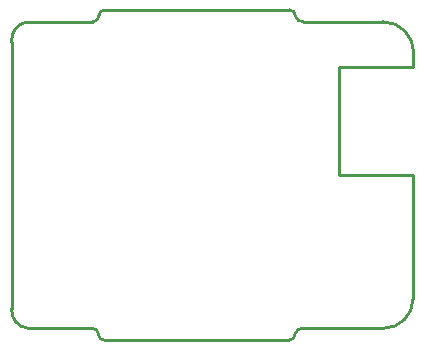
<source format=gko>
G04*
G04 #@! TF.GenerationSoftware,Altium Limited,Altium Designer,21.2.0 (30)*
G04*
G04 Layer_Color=16711935*
%FSLAX24Y24*%
%MOIN*%
G70*
G04*
G04 #@! TF.SameCoordinates,7FD8D1C1-8453-446E-9C5A-4270D5F62F01*
G04*
G04*
G04 #@! TF.FilePolarity,Positive*
G04*
G01*
G75*
%ADD10C,0.0100*%
D10*
X0Y1050D02*
G03*
X550Y404I598J-48D01*
G01*
Y10618D02*
G03*
X0Y9950I59J-609D01*
G01*
X13400Y9600D02*
G03*
X12382Y10618I-1019J0D01*
G01*
X2709Y10622D02*
G03*
X2909Y10822I0J200D01*
G01*
X3109Y11016D02*
G03*
X2909Y10822I-3J-197D01*
G01*
X9461D02*
G03*
X9711Y10622I225J25D01*
G01*
X9461Y10822D02*
G03*
X9261Y11016I-197J-3D01*
G01*
X12399Y404D02*
G03*
X13384Y1389I0J985D01*
G01*
X2893Y201D02*
G03*
X2693Y401I-200J0D01*
G01*
X2893Y201D02*
G03*
X3093Y7I197J3D01*
G01*
X9695Y401D02*
G03*
X9445Y201I-25J-225D01*
G01*
X9245Y7D02*
G03*
X9445Y201I3J197D01*
G01*
X550Y10618D02*
X2716D01*
X9718D02*
X12382D01*
X3109Y11016D02*
X9261Y11016D01*
X550Y404D02*
X2700D01*
X9702D02*
X12399D01*
X3093Y7D02*
X9245Y7D01*
X10900Y5500D02*
Y9100D01*
Y5500D02*
X13382D01*
X10900Y9100D02*
X13382D01*
Y9591D01*
X13382Y5500D02*
X13384Y1389D01*
X0Y1050D02*
Y9950D01*
M02*

</source>
